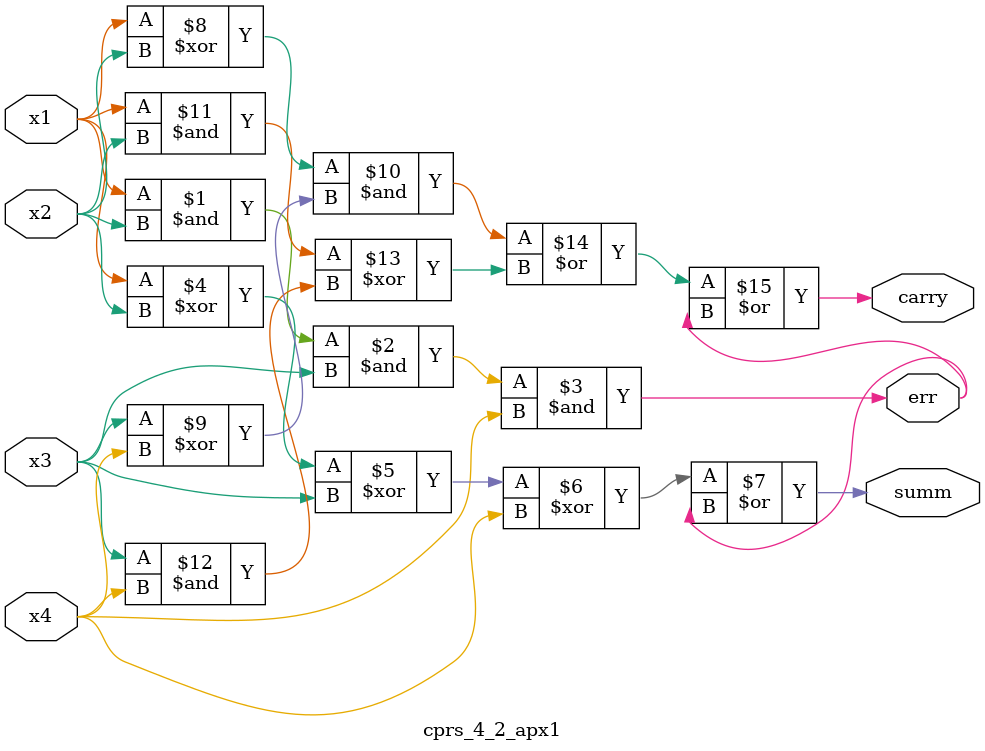
<source format=v>
`timescale 1ns/1ps
module rt8_apx1 (
input clk,
input rst_n,
// input of ApxRT
input x1,
input x2,
input x3,
input x4,
input x5,
input x6,
input x7,
input x8,
input cin1,
input cin2,
output cout1,
output cout2,
output sum_r,
output carry_r,
output [2:0] U_err,
output error_r,
output error
);


wire U0_sum, U1_sum;
wire U0_err, U1_err, U2_err;

cprs_4_2_apx1 U0 (.x1(x1), .x2(x2), .x3(x3), .x4(x4), .carry(cout1), .summ(U0_sum), .err(U0_err));
cprs_4_2_apx1 U1 (.x1(x5), .x2(x6), .x3(x7), .x4(x8), .carry(cout2), .summ(U1_sum), .err(U1_err));
cprs_4_2_apx1 U2 (.x1(U0_sum), .x2(U1_sum), .x3(cin1), .x4(cin2), .carry(carry), .summ(summ), .err(U2_err));

assign error = U0_err | U1_err | U2_err;
assign U_err = {U0_err, U1_err , U2_err};

reg carry_r,sum_r,error_r;

always @ (posedge clk or negedge rst_n) begin
	if (rst_n == 1'b0) begin
		carry_r	<= 1'b0;
		sum_r	<= 1'b0;
		error_r <= 1'b0;
	end else begin
		carry_r	<= carry;
		sum_r	<= summ;
		error_r <= error;
	end
end

endmodule

module cprs_4_2_apx1 (
input x1,
input x2,
input x3,
input x4,
output carry,
output summ,
output err
);

//wire x1_xor_x2 ,x3_xor_x4 ,x1_and_x2 ,x3_and_x4 ;
//
//assign x1_xor_x2 = x1 ^ x2;
//assign x3_xor_x4 = x3 ^ x4;
//
//assign x1_and_x2 = x1 & x2;
//assign x3_and_x4 = x3 & x4;

assign err = x1 & x2 & x3 & x4;
assign summ = (x1 ^ x2 ^ x3 ^ x4) | err;
assign carry = ((x1 ^ x2) & (x3 ^ x4)) | ((x1 & x2) ^ (x3 & x4)) | err;

endmodule

</source>
